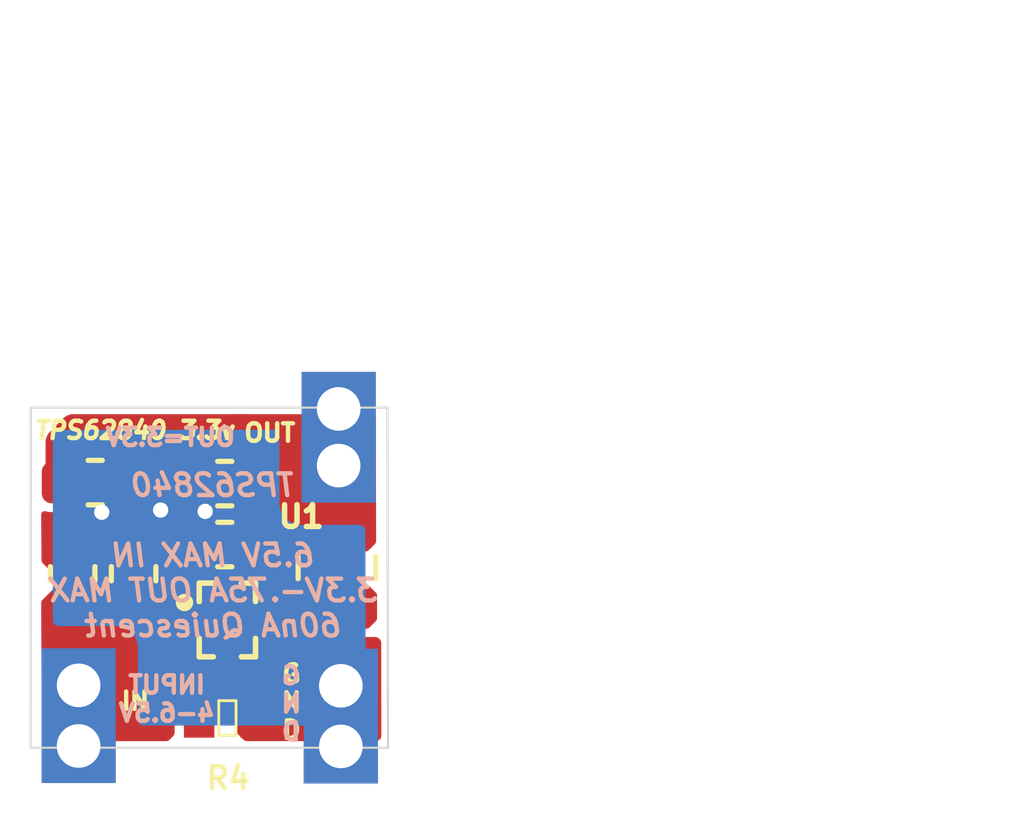
<source format=kicad_pcb>
(kicad_pcb (version 20211014) (generator pcbnew)
  (title_block (title "olmBoard") (date "2019-11-03") (rev "0.1") (comment 1 "by azerimaker"))
  (layers (0 "F.Cu" mixed) (31 "B.Cu" power) (34 "B.Paste" user) (35 "F.Paste" user) (36 "B.SilkS" user "B.Silkscreen") (37 "F.SilkS" user "F.Silkscreen") (38 "B.Mask" user) (39 "F.Mask" user) (44 "Edge.Cuts" user))
  (net 0 "")
  (net 1 "/Vin")
  (net 2 "GND")
  (net 3 "/Vout")
  (net 4 "Net-(JP4-Pad1)")
  (net 5 "Net-(L1-Pad1)")
  (footprint "Capacitor_SMD:C_0603_1608Metric" (layer "F.Cu") (at 153.983 100.27 90)
    (fp_text reference "C1" hide)
    (fp_text value "10uF")
    (fp_line (start -0.162779 0.51) (end 0.162779 0.51) (layer "F.SilkS") (width 0.12))
    (fp_line (start -0.162779 -0.51) (end 0.162779 -0.51) (layer "F.SilkS") (width 0.12))
    (pad "1" smd roundrect locked (at -0.7875 0 90) (size 0.875 0.95) (layers "F.Cu" "F.Paste" "F.Mask") (net 1 "/Vin"))
    (pad "2" smd roundrect locked (at 0.7875 0 90) (size 0.875 0.95) (layers "F.Cu" "F.Paste" "F.Mask") (net 2 "GND"))
  )
  (footprint "Capacitor_SMD:C_0603_1608Metric" (layer "F.Cu") (at 155.38 100.27 90)
    (fp_text reference "C2" hide)
    (fp_text value "4.7uF")
    (fp_line (start -0.162779 -0.51) (end 0.162779 -0.51) (layer "F.SilkS") (width 0.12))
    (fp_line (start -0.162779 0.51) (end 0.162779 0.51) (layer "F.SilkS") (width 0.12))
    (pad "1" smd roundrect locked (at -0.7875 0 90) (size 0.875 0.95) (layers "F.Cu" "F.Paste" "F.Mask") (net 1 "/Vin"))
    (pad "2" smd roundrect locked (at 0.7875 0 90) (size 0.875 0.95) (layers "F.Cu" "F.Paste" "F.Mask") (net 2 "GND"))
  )
  (footprint "Capacitor_SMD:C_0603_1608Metric" (layer "F.Cu") (at 157.47 99.6 180)
    (fp_text reference "C3" hide)
    (fp_text value "10uF")
    (fp_line (start -0.162779 0.51) (end 0.162779 0.51) (layer "F.SilkS") (width 0.12))
    (fp_line (start -0.162779 -0.51) (end 0.162779 -0.51) (layer "F.SilkS") (width 0.12))
    (pad "1" smd roundrect locked (at -0.7875 0 180) (size 0.875 0.95) (layers "F.Cu" "F.Paste" "F.Mask") (net 3 "/Vout"))
    (pad "2" smd roundrect locked (at 0.7875 0 180) (size 0.875 0.95) (layers "F.Cu" "F.Paste" "F.Mask") (net 2 "GND"))
  )
  (footprint "Capacitor_SMD:C_0603_1608Metric" (layer "F.Cu") (at 157.47 98.203 180)
    (fp_text reference "C4" hide)
    (fp_text value "10uF")
    (fp_line (start -0.162779 -0.51) (end 0.162779 -0.51) (layer "F.SilkS") (width 0.12))
    (fp_line (start -0.162779 0.51) (end 0.162779 0.51) (layer "F.SilkS") (width 0.12))
    (pad "1" smd roundrect locked (at -0.7875 0 180) (size 0.875 0.95) (layers "F.Cu" "F.Paste" "F.Mask") (net 3 "/Vout"))
    (pad "2" smd roundrect locked (at 0.7875 0 180) (size 0.875 0.95) (layers "F.Cu" "F.Paste" "F.Mask") (net 2 "GND"))
  )
  (footprint "Capacitor_SMD:C_0603_1608Metric" (layer "F.Cu") (at 154.5 98.18)
    (fp_text reference "C5" hide)
    (fp_text value "4.7uF")
    (fp_line (start -0.162779 -0.51) (end 0.162779 -0.51) (layer "F.SilkS") (width 0.12))
    (fp_line (start -0.162779 0.51) (end 0.162779 0.51) (layer "F.SilkS") (width 0.12))
    (pad "1" smd roundrect locked (at -0.7875 0) (size 0.875 0.95) (layers "F.Cu" "F.Paste" "F.Mask") (net 3 "/Vout"))
    (pad "2" smd roundrect locked (at 0.7875 0) (size 0.875 0.95) (layers "F.Cu" "F.Paste" "F.Mask") (net 2 "GND"))
  )
  (footprint "my_passives_footprints:L_0806" (layer "F.Cu") (at 160.04 100.13 90)
    (fp_text reference "L1" hide)
    (fp_text value "2.2uH")
    (fp_line (start -0.254 -0.889) (end 0.263156 -0.889) (layer "F.SilkS") (width 0.12))
    (fp_line (start -0.263156 0.889) (end 0.254 0.889) (layer "F.SilkS") (width 0.12))
    (pad "1" smd roundrect locked (at -0.9375 0 90) (size 0.62 1.62) (layers "F.Cu" "F.Paste" "F.Mask") (net 5 "Net-(L1-Pad1)"))
    (pad "2" smd roundrect locked (at 0.9375 0 90) (size 0.62 1.62) (layers "F.Cu" "F.Paste" "F.Mask") (net 3 "/Vout"))
  )
  (footprint "TPS62840YBGR:BGA6N40P3X2_146X96X50N" (layer "F.Cu") (at 157.53 101.33)
    (fp_text reference "U1" (at 1.691 -2.369) (layer "F.SilkS") (effects (font (size 0.5 0.5))))
    (fp_text value "TPS62840YBGR")
    (fp_line (start -0.645 0.845) (end -0.645 0.4225) (layer "F.SilkS") (width 0.127))
    (fp_line (start -0.645 -0.845) (end -0.3225 -0.845) (layer "F.SilkS") (width 0.127))
    (fp_line (start 0.645 0.845) (end 0.645 0.4225) (layer "F.SilkS") (width 0.127))
    (fp_line (start 0.645 -0.845) (end 0.645 -0.4225) (layer "F.SilkS") (width 0.127))
    (fp_line (start 0.645 -0.845) (end 0.3225 -0.845) (layer "F.SilkS") (width 0.127))
    (fp_line (start -0.645 0.845) (end -0.3225 0.845) (layer "F.SilkS") (width 0.127))
    (fp_line (start -0.645 -0.845) (end -0.645 -0.4225) (layer "F.SilkS") (width 0.127))
    (fp_line (start 0.645 0.845) (end 0.3225 0.845) (layer "F.SilkS") (width 0.127))
    (fp_circle (center -0.984 -0.4) (end -0.884 -0.4) (layer "F.SilkS") (width 0.2) (fill none))
    (pad "A1" smd circle locked (at -0.2 -0.4) (size 0.25 0.25) (layers "F.Cu" "F.Paste") (net 2 "GND") (clearance 0.05))
    (pad "A2" smd circle locked (at 0.2 -0.4) (size 0.25 0.25) (layers "F.Cu" "F.Paste") (net 3 "/Vout") (clearance 0.05))
    (pad "B1" smd circle locked (at -0.2 0) (size 0.25 0.25) (layers "F.Cu" "F.Paste") (net 1 "/Vin") (clearance 0.05))
    (pad "B2" smd circle locked (at 0.2 0) (size 0.25 0.25) (layers "F.Cu" "F.Paste") (net 5 "Net-(L1-Pad1)") (clearance 0.05))
    (pad "C1" smd circle locked (at -0.2 0.4) (size 0.25 0.25) (layers "F.Cu" "F.Paste") (net 1 "/Vin") (clearance 0.05))
    (pad "C2" smd circle locked (at 0.2 0.4) (size 0.25 0.25) (layers "F.Cu" "F.Paste") (net 4 "Net-(JP4-Pad1)") (clearance 0.05))
  )
  (footprint "Connector_PinHeader_2.54mm:PinHeader_1x04_P2.54mm_Vertical" (layer "F.Cu") (at 158.69 90.21)
    (fp_text reference "J2" hide)
    (fp_text value "Conn_A")
  )
  (footprint "adafruit:R0402" (layer "F.Cu") (at 157.53 103.58 180)
    (fp_text reference "R4" (at -0.02 -1.38) (layer "F.SilkS") (effects (font (size 0.5 0.5) (thickness 0.1016))))
    (fp_text value "RMCF0402ZT0R00" hide)
    (fp_line (start -0.19812 -0.39878) (end 0.19812 -0.39878) (layer "F.SilkS") (width 0.06604))
    (fp_line (start -0.19812 0.39878) (end -0.19812 -0.39878) (layer "F.SilkS") (width 0.06604))
    (fp_line (start 0.19812 0.39878) (end 0.19812 -0.39878) (layer "F.SilkS") (width 0.06604))
    (fp_line (start -0.19812 0.39878) (end 0.19812 0.39878) (layer "F.SilkS") (width 0.06604))
    (pad "1" smd rect (at -0.6477 0 180) (size 0.6985 0.89916) (layers "F.Cu" "F.Paste" "F.Mask") (net 2 "GND"))
    (pad "2" smd rect (at 0.6477 0 180) (size 0.6985 0.89916) (layers "F.Cu" "F.Paste" "F.Mask") (net 4 "Net-(JP4-Pad1)"))
  )
  (footprint "Connector_PinHeader_2.54mm:PinHeader_1x04_P2.54mm_Vertical" (layer "F.Cu") (at 164.84 104.24 -90)
    (fp_text reference "J2" hide)
    (fp_text value "Conn_A")
    (pad "3" thru_hole rect (at -0.01 4.71 270) (size 1.7 1.7) (drill 1) (layers *.Cu *.Mask) (net 2 "GND"))
  )
  (footprint "Connector_PinHeader_2.54mm:PinHeader_1x04_P2.54mm_Vertical" (layer "F.Cu") (at 166.24 102.85 -90)
    (fp_text reference "J2" hide)
    (fp_text value "Conn_A")
    (pad "3" thru_hole rect (at -0.01 6.11 270) (size 1.7 1.7) (drill 1) (layers *.Cu *.Mask) (net 2 "GND"))
  )
  (footprint "Connector_PinHeader_2.54mm:PinHeader_1x04_P2.54mm_Vertical" (layer "F.Cu") (at 160.08 92.45)
    (fp_text reference "J2" hide)
    (fp_text value "Conn_A")
    (pad "3" thru_hole rect (at 0 5.34) (size 1.7 1.7) (drill 1) (layers *.Cu *.Mask) (net 3 "/Vout"))
  )
  (footprint "Connector_PinHeader_2.54mm:PinHeader_1x04_P2.54mm_Vertical" (layer "F.Cu") (at 162.78 102.84 -90)
    (fp_text reference "J2" hide)
    (fp_text value "Conn_A")
    (pad "4" thru_hole rect (at -0.01 8.66 270) (size 1.7 1.7) (drill 1) (layers *.Cu *.Mask) (net 1 "/Vin"))
  )
  (footprint "Connector_PinHeader_2.54mm:PinHeader_1x04_P2.54mm_Vertical" (layer "F.Cu") (at 160.08 91.67)
    (fp_text reference "J2" hide)
    (fp_text value "Conn_A")
    (pad "3" thru_hole rect (at 0 4.82) (size 1.7 1.7) (drill 1) (layers *.Cu *.Mask) (net 3 "/Vout"))
  )
  (footprint "Connector_PinHeader_2.54mm:PinHeader_1x04_P2.54mm_Vertical" (layer "F.Cu") (at 162.78 104.23 -90)
    (fp_text reference "J2" hide)
    (fp_text value "Conn_A")
    (pad "4" thru_hole rect (at -0.01 8.66 270) (size 1.7 1.7) (drill 1) (layers *.Cu *.Mask) (net 1 "/Vin"))
  )
  (gr_line (start 161.21 104.26) (end 161.1975 96.46) (layer "Edge.Cuts") (width 0.05))
  (gr_line (start 153.02 104.26) (end 161.21 104.26) (layer "Edge.Cuts") (width 0.05))
  (gr_line (start 161.1975 96.46) (end 153.0225 96.46) (layer "Edge.Cuts") (width 0.05))
  (gr_line (start 153.0225 96.46) (end 153.02 104.26) (layer "Edge.Cuts") (width 0.05))
  (gr_text "TPS62840\n\n6.5V MAX IN\n3.3V-.75A OUT MAX\n60nA Quiescent\n" (at 157.22 99.85) (layer "B.SilkS") (effects (font (size 0.5 0.5) (thickness 0.1) italic) (justify mirror)))
  (gr_text "G\nN\nD" (at 158.99 103.25) (layer "B.SilkS") (effects (font (size 0.4 0.4) (thickness 0.1)) (justify mirror)))
  (gr_text "OUT=3.3V" (at 156.22 97.14) (layer "B.SilkS") (effects (font (size 0.4 0.4) (thickness 0.1)) (justify mirror)))
  (gr_text "INPUT\n4-6.5V" (at 156.14 103.14) (layer "B.SilkS") (effects (font (size 0.4 0.4) (thickness 0.1)) (justify mirror)))
  (gr_text "IN" (at 155.42 103.19) (layer "F.SilkS") (effects (font (size 0.4 0.4) (thickness 0.1))))
  (gr_text "OUT" (at 158.5 97.04) (layer "F.SilkS") (effects (font (size 0.4 0.4) (thickness 0.1))))
  (gr_text "TPS62840 3.3v" (at 155.4 96.98) (layer "F.SilkS") (effects (font (size 0.4 0.4) (thickness 0.1) italic)))
  (gr_text "G\nN\nD" (at 159 103.21) (layer "F.SilkS") (effects (font (size 0.4 0.4) (thickness 0.1))))
  (segment (start 156.82672 101.33428) (end 157.33 101.33428) (width 0.2) (layer "F.Cu") (net 1))
  (segment (start 156.815 101.346) (end 156.82672 101.33428) (width 0.2) (layer "F.Cu") (net 1))
  (segment (start 156.815 101.346) (end 155.2955 101.346) (width 0.2) (layer "F.Cu") (net 1))
  (segment (start 156.6925 99.6125) (end 156.815 99.735) (width 0.2) (layer "F.Cu") (net 2))
  (segment (start 158.1777 103.58) (end 158.27 103.58) (width 0.25) (layer "F.Cu") (net 2))
  (segment (start 156.6825 99.6) (end 156.6825 99.9925) (width 0.25) (layer "F.Cu") (net 2))
  (segment (start 158.1777 103.58) (end 158.1777 103.2123) (width 0.25) (layer "F.Cu") (net 2))
  (segment (start 156.6825 99.9925) (end 157.28048 100.59048) (width 0.25) (layer "F.Cu") (net 2))
  (segment (start 157.36 100.62024) (end 157.36 100.95976) (width 0.15) (layer "F.Cu") (net 2))
  (via (at 156 98.81) (size 0.6) (drill 0.35) (layers "F.Cu" "B.Cu") (net 2))
  (via (at 154.65 98.86) (size 0.6) (drill 0.35) (layers "F.Cu" "B.Cu") (net 2))
  (via (at 157.02 98.84) (size 0.6) (drill 0.35) (layers "F.Cu" "B.Cu") (net 2))
  (segment (start 153.7125 97.2575) (end 153.8 97.17) (width 0.25) (layer "F.Cu") (net 3))
  (segment (start 153.7125 98.18) (end 153.7125 97.2575) (width 0.7) (layer "F.Cu") (net 3))
  (segment (start 154.01 96.96) (end 158 96.96) (width 0.7) (layer "F.Cu") (net 3))
  (segment (start 153.8 97.17) (end 154.01 96.96) (width 0.7) (layer "F.Cu") (net 3))
  (segment (start 158.2575 100.4025) (end 157.77952 100.88048) (width 0.2) (layer "F.Cu") (net 3))
  (segment (start 158.2575 99.6) (end 158.2575 100.4025) (width 0.25) (layer "F.Cu") (net 3))
  (segment (start 158 96.96) (end 158.21 97.17) (width 0.7) (layer "F.Cu") (net 3))
  (segment (start 157.75 102.7123) (end 156.8823 103.58) (width 0.15) (layer "F.Cu") (net 4))
  (segment (start 157.79 102.67) (end 157.75 102.71) (width 0.15) (layer "F.Cu") (net 4))
  (segment (start 157.73 101.73) (end 157.79 101.79) (width 0.15) (layer "F.Cu") (net 4))
  (segment (start 157.79 101.79) (end 157.79 102.67) (width 0.15) (layer "F.Cu") (net 4))
  (segment (start 157.746 101.346) (end 160.446 101.346) (width 0.2) (layer "F.Cu") (net 5))
  (zone (net 5) (net_name "Net-(L1-Pad1)") (layer "F.Cu") (connect_pads yes (clearance 0.125)) (min_thickness 0.125) (fill yes (thermal_gap 0.508) (thermal_bridge_width 0.508) (smoothing chamfer) (radius 0.2))
    (polygon (pts (xy 157.58 101.18) (xy 159.01 101.18) (xy 159.01 100.53) (xy 160.96 100.53) (xy 160.96 101.53) (xy 157.58 101.53)))
  )
  (zone (net 3) (net_name "/Vout") (layer "F.Cu") (connect_pads yes (clearance 0.15)) (min_thickness 0.15) (fill yes (thermal_gap 0.508) (thermal_bridge_width 0.508) (smoothing chamfer) (radius 0.2))
    (polygon (pts (xy 157.591513 96.370377) (xy 157.601513 101.100377) (xy 158.68 101.1) (xy 158.68 100.1) (xy 159.09 99.76) (xy 160.94 99.76) (xy 160.93 96.36)))
  )
  (zone (net 2) (net_name "GND") (layer "F.Cu") (connect_pads yes (clearance 0.15)) (min_thickness 0.15) (fill yes (thermal_gap 0.508) (thermal_bridge_width 0.508) (smoothing chamfer) (radius 0.2))
    (polygon (pts (xy 157.491647 97.469298) (xy 157.510077 101.109306) (xy 156.500031 101.110072) (xy 156.32 100.4) (xy 156.08 100.2) (xy 153.27 100.2) (xy 153.251601 97.470064)))
  )
  (zone (net 1) (net_name "/Vin") (layer "F.Cu") (connect_pads yes (clearance 0.15)) (min_thickness 0.15) (fill yes (thermal_gap 0.508) (thermal_bridge_width 0.508) (smoothing chamfer) (radius 0.3))
    (polygon (pts (xy 153.27573 104.252507) (xy 153.26 100.6) (xy 156.08 100.6) (xy 156.08 101) (xy 156.28 101.18) (xy 157.530128 101.179934) (xy 157.530457 102.618067) (xy 156.320329 102.618136) (xy 156.321842 104.259699)))
  )
  (zone (net 2) (net_name "GND") (layer "F.Cu") (connect_pads yes (clearance 0.15)) (min_thickness 0.15) (fill yes (thermal_gap 0.508) (thermal_bridge_width 0.508) (smoothing chamfer) (radius 0.2))
    (polygon (pts (xy 161.17 104.12) (xy 157.74 104.12) (xy 157.74 102.9) (xy 158 102.9) (xy 158 101.72) (xy 161.17 101.72)))
  )
  (zone (net 2) (net_name "GND") (layer "B.Cu") (connect_pads yes (clearance 0.508)) (min_thickness 0.254) (fill yes (thermal_gap 0.508) (thermal_bridge_width 0.508) (smoothing chamfer) (radius 0.5))
    (polygon (pts (xy 161.12 96.43) (xy 161.12 104.26) (xy 153.15 104.26) (xy 153.15 96.43)))
  )
)
</source>
